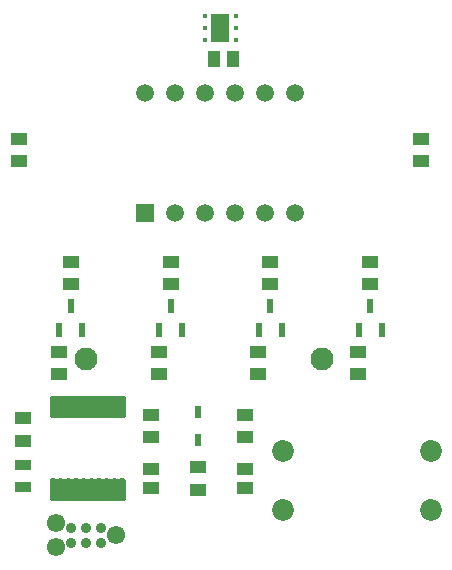
<source format=gbr>
%TF.GenerationSoftware,KiCad,Pcbnew,(5.1.10)-1*%
%TF.CreationDate,2021-11-08T18:16:21+01:00*%
%TF.ProjectId,RHT device,52485420-6465-4766-9963-652e6b696361,rev?*%
%TF.SameCoordinates,Original*%
%TF.FileFunction,Soldermask,Top*%
%TF.FilePolarity,Negative*%
%FSLAX46Y46*%
G04 Gerber Fmt 4.6, Leading zero omitted, Abs format (unit mm)*
G04 Created by KiCad (PCBNEW (5.1.10)-1) date 2021-11-08 18:16:21*
%MOMM*%
%LPD*%
G01*
G04 APERTURE LIST*
%ADD10C,1.950000*%
%ADD11C,1.850000*%
%ADD12R,1.450000X1.000000*%
%ADD13R,0.600000X1.250000*%
%ADD14R,1.400000X0.900000*%
%ADD15C,1.550000*%
%ADD16C,0.889000*%
%ADD17R,1.500000X2.400000*%
%ADD18R,0.360000X0.400000*%
%ADD19R,0.500000X1.075000*%
%ADD20R,1.020000X1.470000*%
%ADD21R,1.470000X1.020000*%
%ADD22C,1.500000*%
%ADD23R,1.500000X1.500000*%
%ADD24C,0.254000*%
%ADD25C,0.100000*%
G04 APERTURE END LIST*
D10*
%TO.C,U2*%
X109370000Y-54700000D03*
X129370000Y-54700000D03*
%TD*%
D11*
%TO.C,S1*%
X126070000Y-62500000D03*
X138570000Y-62500000D03*
X126070000Y-67500000D03*
X138570000Y-67500000D03*
%TD*%
D12*
%TO.C,R14*%
X137750000Y-36080000D03*
X137750000Y-37980000D03*
%TD*%
%TO.C,R13*%
X103750000Y-37980000D03*
X103750000Y-36080000D03*
%TD*%
%TO.C,R12*%
X122842000Y-61348000D03*
X122842000Y-59448000D03*
%TD*%
%TO.C,R11*%
X118906000Y-63893668D03*
X118906000Y-65793668D03*
%TD*%
%TO.C,R10*%
X104066000Y-61649000D03*
X104066000Y-59749000D03*
%TD*%
%TO.C,R9*%
X133472000Y-46504000D03*
X133472000Y-48404000D03*
%TD*%
%TO.C,R8*%
X132456000Y-54124000D03*
X132456000Y-56024000D03*
%TD*%
%TO.C,R7*%
X125010666Y-46504000D03*
X125010666Y-48404000D03*
%TD*%
%TO.C,R6*%
X123994666Y-54124000D03*
X123994666Y-56024000D03*
%TD*%
%TO.C,R5*%
X116549333Y-46504000D03*
X116549333Y-48404000D03*
%TD*%
%TO.C,R4*%
X115533333Y-54124000D03*
X115533333Y-56024000D03*
%TD*%
%TO.C,R3*%
X108088000Y-46504000D03*
X108088000Y-48404000D03*
%TD*%
%TO.C,R2*%
X107072000Y-54124000D03*
X107072000Y-56024000D03*
%TD*%
%TO.C,R1*%
X114890000Y-59448000D03*
X114890000Y-61348000D03*
%TD*%
D13*
%TO.C,Q4*%
X133472000Y-50214000D03*
X134427000Y-52314000D03*
X132517000Y-52314000D03*
%TD*%
%TO.C,Q3*%
X125010666Y-50214000D03*
X125965666Y-52314000D03*
X124055666Y-52314000D03*
%TD*%
%TO.C,Q2*%
X116549333Y-50214000D03*
X117504333Y-52314000D03*
X115594333Y-52314000D03*
%TD*%
%TO.C,Q1*%
X108088000Y-50214000D03*
X109043000Y-52314000D03*
X107133000Y-52314000D03*
%TD*%
D14*
%TO.C,LED1*%
X104032000Y-63682000D03*
X104032000Y-65582000D03*
%TD*%
D15*
%TO.C,ISCP*%
X106820000Y-68649000D03*
X106820000Y-70681000D03*
X111900000Y-69665000D03*
D16*
X108090000Y-70300000D03*
X108090000Y-69030000D03*
X109360000Y-70300000D03*
X109360000Y-69030000D03*
X110630000Y-70300000D03*
X110630000Y-69030000D03*
%TD*%
D17*
%TO.C,IC2*%
X120750000Y-26700000D03*
D18*
X119430000Y-27700000D03*
X119430000Y-26700000D03*
X119430000Y-25700000D03*
X122070000Y-25700000D03*
X122070000Y-26700000D03*
X122070000Y-27700000D03*
%TD*%
D19*
%TO.C,D1*%
X118866000Y-61560000D03*
X118866000Y-59236000D03*
%TD*%
D20*
%TO.C,C3*%
X120200000Y-29360000D03*
X121800000Y-29360000D03*
%TD*%
D21*
%TO.C,C2*%
X122882000Y-64043668D03*
X122882000Y-65643668D03*
%TD*%
%TO.C,C1*%
X114930000Y-65643668D03*
X114930000Y-64043668D03*
%TD*%
D22*
%TO.C,U1*%
X114430000Y-32230000D03*
X116970000Y-32230000D03*
X119510000Y-32230000D03*
X122050000Y-32230000D03*
X124590000Y-32230000D03*
X127130000Y-32230000D03*
X127130000Y-42390000D03*
X124590000Y-42390000D03*
X122050000Y-42390000D03*
X119510000Y-42390000D03*
X116970000Y-42390000D03*
D23*
X114430000Y-42390000D03*
%TD*%
%TO.C,IC1*%
G36*
G01*
X112326000Y-64836000D02*
X112576000Y-64836000D01*
G75*
G02*
X112701000Y-64961000I0J-125000D01*
G01*
X112701000Y-66611000D01*
G75*
G02*
X112576000Y-66736000I-125000J0D01*
G01*
X112326000Y-66736000D01*
G75*
G02*
X112201000Y-66611000I0J125000D01*
G01*
X112201000Y-64961000D01*
G75*
G02*
X112326000Y-64836000I125000J0D01*
G01*
G37*
G36*
G01*
X111676000Y-64836000D02*
X111926000Y-64836000D01*
G75*
G02*
X112051000Y-64961000I0J-125000D01*
G01*
X112051000Y-66611000D01*
G75*
G02*
X111926000Y-66736000I-125000J0D01*
G01*
X111676000Y-66736000D01*
G75*
G02*
X111551000Y-66611000I0J125000D01*
G01*
X111551000Y-64961000D01*
G75*
G02*
X111676000Y-64836000I125000J0D01*
G01*
G37*
G36*
G01*
X111026000Y-64836000D02*
X111276000Y-64836000D01*
G75*
G02*
X111401000Y-64961000I0J-125000D01*
G01*
X111401000Y-66611000D01*
G75*
G02*
X111276000Y-66736000I-125000J0D01*
G01*
X111026000Y-66736000D01*
G75*
G02*
X110901000Y-66611000I0J125000D01*
G01*
X110901000Y-64961000D01*
G75*
G02*
X111026000Y-64836000I125000J0D01*
G01*
G37*
G36*
G01*
X110376000Y-64836000D02*
X110626000Y-64836000D01*
G75*
G02*
X110751000Y-64961000I0J-125000D01*
G01*
X110751000Y-66611000D01*
G75*
G02*
X110626000Y-66736000I-125000J0D01*
G01*
X110376000Y-66736000D01*
G75*
G02*
X110251000Y-66611000I0J125000D01*
G01*
X110251000Y-64961000D01*
G75*
G02*
X110376000Y-64836000I125000J0D01*
G01*
G37*
G36*
G01*
X109726000Y-64836000D02*
X109976000Y-64836000D01*
G75*
G02*
X110101000Y-64961000I0J-125000D01*
G01*
X110101000Y-66611000D01*
G75*
G02*
X109976000Y-66736000I-125000J0D01*
G01*
X109726000Y-66736000D01*
G75*
G02*
X109601000Y-66611000I0J125000D01*
G01*
X109601000Y-64961000D01*
G75*
G02*
X109726000Y-64836000I125000J0D01*
G01*
G37*
G36*
G01*
X109076000Y-64836000D02*
X109326000Y-64836000D01*
G75*
G02*
X109451000Y-64961000I0J-125000D01*
G01*
X109451000Y-66611000D01*
G75*
G02*
X109326000Y-66736000I-125000J0D01*
G01*
X109076000Y-66736000D01*
G75*
G02*
X108951000Y-66611000I0J125000D01*
G01*
X108951000Y-64961000D01*
G75*
G02*
X109076000Y-64836000I125000J0D01*
G01*
G37*
G36*
G01*
X108426000Y-64836000D02*
X108676000Y-64836000D01*
G75*
G02*
X108801000Y-64961000I0J-125000D01*
G01*
X108801000Y-66611000D01*
G75*
G02*
X108676000Y-66736000I-125000J0D01*
G01*
X108426000Y-66736000D01*
G75*
G02*
X108301000Y-66611000I0J125000D01*
G01*
X108301000Y-64961000D01*
G75*
G02*
X108426000Y-64836000I125000J0D01*
G01*
G37*
G36*
G01*
X107776000Y-64836000D02*
X108026000Y-64836000D01*
G75*
G02*
X108151000Y-64961000I0J-125000D01*
G01*
X108151000Y-66611000D01*
G75*
G02*
X108026000Y-66736000I-125000J0D01*
G01*
X107776000Y-66736000D01*
G75*
G02*
X107651000Y-66611000I0J125000D01*
G01*
X107651000Y-64961000D01*
G75*
G02*
X107776000Y-64836000I125000J0D01*
G01*
G37*
G36*
G01*
X107126000Y-64836000D02*
X107376000Y-64836000D01*
G75*
G02*
X107501000Y-64961000I0J-125000D01*
G01*
X107501000Y-66611000D01*
G75*
G02*
X107376000Y-66736000I-125000J0D01*
G01*
X107126000Y-66736000D01*
G75*
G02*
X107001000Y-66611000I0J125000D01*
G01*
X107001000Y-64961000D01*
G75*
G02*
X107126000Y-64836000I125000J0D01*
G01*
G37*
G36*
G01*
X106476000Y-64836000D02*
X106726000Y-64836000D01*
G75*
G02*
X106851000Y-64961000I0J-125000D01*
G01*
X106851000Y-66611000D01*
G75*
G02*
X106726000Y-66736000I-125000J0D01*
G01*
X106476000Y-66736000D01*
G75*
G02*
X106351000Y-66611000I0J125000D01*
G01*
X106351000Y-64961000D01*
G75*
G02*
X106476000Y-64836000I125000J0D01*
G01*
G37*
G36*
G01*
X106476000Y-57836000D02*
X106726000Y-57836000D01*
G75*
G02*
X106851000Y-57961000I0J-125000D01*
G01*
X106851000Y-59611000D01*
G75*
G02*
X106726000Y-59736000I-125000J0D01*
G01*
X106476000Y-59736000D01*
G75*
G02*
X106351000Y-59611000I0J125000D01*
G01*
X106351000Y-57961000D01*
G75*
G02*
X106476000Y-57836000I125000J0D01*
G01*
G37*
G36*
G01*
X107126000Y-57836000D02*
X107376000Y-57836000D01*
G75*
G02*
X107501000Y-57961000I0J-125000D01*
G01*
X107501000Y-59611000D01*
G75*
G02*
X107376000Y-59736000I-125000J0D01*
G01*
X107126000Y-59736000D01*
G75*
G02*
X107001000Y-59611000I0J125000D01*
G01*
X107001000Y-57961000D01*
G75*
G02*
X107126000Y-57836000I125000J0D01*
G01*
G37*
G36*
G01*
X107776000Y-57836000D02*
X108026000Y-57836000D01*
G75*
G02*
X108151000Y-57961000I0J-125000D01*
G01*
X108151000Y-59611000D01*
G75*
G02*
X108026000Y-59736000I-125000J0D01*
G01*
X107776000Y-59736000D01*
G75*
G02*
X107651000Y-59611000I0J125000D01*
G01*
X107651000Y-57961000D01*
G75*
G02*
X107776000Y-57836000I125000J0D01*
G01*
G37*
G36*
G01*
X108426000Y-57836000D02*
X108676000Y-57836000D01*
G75*
G02*
X108801000Y-57961000I0J-125000D01*
G01*
X108801000Y-59611000D01*
G75*
G02*
X108676000Y-59736000I-125000J0D01*
G01*
X108426000Y-59736000D01*
G75*
G02*
X108301000Y-59611000I0J125000D01*
G01*
X108301000Y-57961000D01*
G75*
G02*
X108426000Y-57836000I125000J0D01*
G01*
G37*
G36*
G01*
X109076000Y-57836000D02*
X109326000Y-57836000D01*
G75*
G02*
X109451000Y-57961000I0J-125000D01*
G01*
X109451000Y-59611000D01*
G75*
G02*
X109326000Y-59736000I-125000J0D01*
G01*
X109076000Y-59736000D01*
G75*
G02*
X108951000Y-59611000I0J125000D01*
G01*
X108951000Y-57961000D01*
G75*
G02*
X109076000Y-57836000I125000J0D01*
G01*
G37*
G36*
G01*
X109726000Y-57836000D02*
X109976000Y-57836000D01*
G75*
G02*
X110101000Y-57961000I0J-125000D01*
G01*
X110101000Y-59611000D01*
G75*
G02*
X109976000Y-59736000I-125000J0D01*
G01*
X109726000Y-59736000D01*
G75*
G02*
X109601000Y-59611000I0J125000D01*
G01*
X109601000Y-57961000D01*
G75*
G02*
X109726000Y-57836000I125000J0D01*
G01*
G37*
G36*
G01*
X110376000Y-57836000D02*
X110626000Y-57836000D01*
G75*
G02*
X110751000Y-57961000I0J-125000D01*
G01*
X110751000Y-59611000D01*
G75*
G02*
X110626000Y-59736000I-125000J0D01*
G01*
X110376000Y-59736000D01*
G75*
G02*
X110251000Y-59611000I0J125000D01*
G01*
X110251000Y-57961000D01*
G75*
G02*
X110376000Y-57836000I125000J0D01*
G01*
G37*
G36*
G01*
X111026000Y-57836000D02*
X111276000Y-57836000D01*
G75*
G02*
X111401000Y-57961000I0J-125000D01*
G01*
X111401000Y-59611000D01*
G75*
G02*
X111276000Y-59736000I-125000J0D01*
G01*
X111026000Y-59736000D01*
G75*
G02*
X110901000Y-59611000I0J125000D01*
G01*
X110901000Y-57961000D01*
G75*
G02*
X111026000Y-57836000I125000J0D01*
G01*
G37*
G36*
G01*
X111676000Y-57836000D02*
X111926000Y-57836000D01*
G75*
G02*
X112051000Y-57961000I0J-125000D01*
G01*
X112051000Y-59611000D01*
G75*
G02*
X111926000Y-59736000I-125000J0D01*
G01*
X111676000Y-59736000D01*
G75*
G02*
X111551000Y-59611000I0J125000D01*
G01*
X111551000Y-57961000D01*
G75*
G02*
X111676000Y-57836000I125000J0D01*
G01*
G37*
G36*
G01*
X112326000Y-57836000D02*
X112576000Y-57836000D01*
G75*
G02*
X112701000Y-57961000I0J-125000D01*
G01*
X112701000Y-59611000D01*
G75*
G02*
X112576000Y-59736000I-125000J0D01*
G01*
X112326000Y-59736000D01*
G75*
G02*
X112201000Y-59611000I0J125000D01*
G01*
X112201000Y-57961000D01*
G75*
G02*
X112326000Y-57836000I125000J0D01*
G01*
G37*
%TD*%
D24*
X112573000Y-59603000D02*
X106477000Y-59603000D01*
X106477000Y-57967000D01*
X112573000Y-57967000D01*
X112573000Y-59603000D01*
D25*
G36*
X112573000Y-59603000D02*
G01*
X106477000Y-59603000D01*
X106477000Y-57967000D01*
X112573000Y-57967000D01*
X112573000Y-59603000D01*
G37*
D24*
X112573000Y-66603000D02*
X106477000Y-66603000D01*
X106477000Y-64967000D01*
X112573000Y-64967000D01*
X112573000Y-66603000D01*
D25*
G36*
X112573000Y-66603000D02*
G01*
X106477000Y-66603000D01*
X106477000Y-64967000D01*
X112573000Y-64967000D01*
X112573000Y-66603000D01*
G37*
M02*

</source>
